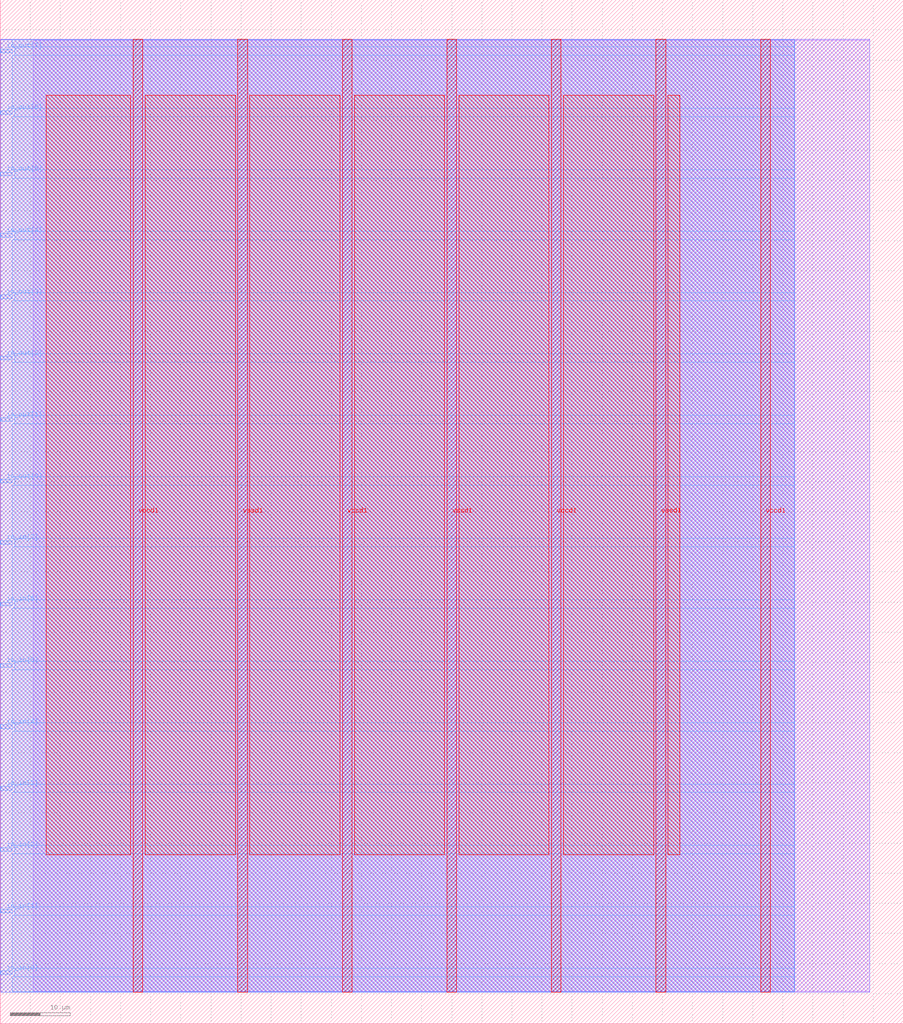
<source format=lef>
VERSION 5.7 ;
  NOWIREEXTENSIONATPIN ON ;
  DIVIDERCHAR "/" ;
  BUSBITCHARS "[]" ;
MACRO wren6991_whisk_tt2_io_wrapper
  CLASS BLOCK ;
  FOREIGN wren6991_whisk_tt2_io_wrapper ;
  ORIGIN 0.000 0.000 ;
  SIZE 150.000 BY 170.000 ;
  PIN io_in[0]
    DIRECTION INPUT ;
    USE SIGNAL ;
    PORT
      LAYER met3 ;
        RECT 0.000 8.200 2.000 8.800 ;
    END
  END io_in[0]
  PIN io_in[1]
    DIRECTION INPUT ;
    USE SIGNAL ;
    PORT
      LAYER met3 ;
        RECT 0.000 18.400 2.000 19.000 ;
    END
  END io_in[1]
  PIN io_in[2]
    DIRECTION INPUT ;
    USE SIGNAL ;
    PORT
      LAYER met3 ;
        RECT 0.000 28.600 2.000 29.200 ;
    END
  END io_in[2]
  PIN io_in[3]
    DIRECTION INPUT ;
    USE SIGNAL ;
    PORT
      LAYER met3 ;
        RECT 0.000 38.800 2.000 39.400 ;
    END
  END io_in[3]
  PIN io_in[4]
    DIRECTION INPUT ;
    USE SIGNAL ;
    PORT
      LAYER met3 ;
        RECT 0.000 49.000 2.000 49.600 ;
    END
  END io_in[4]
  PIN io_in[5]
    DIRECTION INPUT ;
    USE SIGNAL ;
    PORT
      LAYER met3 ;
        RECT 0.000 59.200 2.000 59.800 ;
    END
  END io_in[5]
  PIN io_in[6]
    DIRECTION INPUT ;
    USE SIGNAL ;
    PORT
      LAYER met3 ;
        RECT 0.000 69.400 2.000 70.000 ;
    END
  END io_in[6]
  PIN io_in[7]
    DIRECTION INPUT ;
    USE SIGNAL ;
    PORT
      LAYER met3 ;
        RECT 0.000 79.600 2.000 80.200 ;
    END
  END io_in[7]
  PIN io_out[0]
    DIRECTION OUTPUT TRISTATE ;
    USE SIGNAL ;
    PORT
      LAYER met3 ;
        RECT 0.000 89.800 2.000 90.400 ;
    END
  END io_out[0]
  PIN io_out[1]
    DIRECTION OUTPUT TRISTATE ;
    USE SIGNAL ;
    PORT
      LAYER met3 ;
        RECT 0.000 100.000 2.000 100.600 ;
    END
  END io_out[1]
  PIN io_out[2]
    DIRECTION OUTPUT TRISTATE ;
    USE SIGNAL ;
    PORT
      LAYER met3 ;
        RECT 0.000 110.200 2.000 110.800 ;
    END
  END io_out[2]
  PIN io_out[3]
    DIRECTION OUTPUT TRISTATE ;
    USE SIGNAL ;
    PORT
      LAYER met3 ;
        RECT 0.000 120.400 2.000 121.000 ;
    END
  END io_out[3]
  PIN io_out[4]
    DIRECTION OUTPUT TRISTATE ;
    USE SIGNAL ;
    PORT
      LAYER met3 ;
        RECT 0.000 130.600 2.000 131.200 ;
    END
  END io_out[4]
  PIN io_out[5]
    DIRECTION OUTPUT TRISTATE ;
    USE SIGNAL ;
    PORT
      LAYER met3 ;
        RECT 0.000 140.800 2.000 141.400 ;
    END
  END io_out[5]
  PIN io_out[6]
    DIRECTION OUTPUT TRISTATE ;
    USE SIGNAL ;
    PORT
      LAYER met3 ;
        RECT 0.000 151.000 2.000 151.600 ;
    END
  END io_out[6]
  PIN io_out[7]
    DIRECTION OUTPUT TRISTATE ;
    USE SIGNAL ;
    PORT
      LAYER met3 ;
        RECT 0.000 161.200 2.000 161.800 ;
    END
  END io_out[7]
  PIN vccd1
    DIRECTION INOUT ;
    USE POWER ;
    PORT
      LAYER met4 ;
        RECT 22.090 5.200 23.690 163.440 ;
    END
    PORT
      LAYER met4 ;
        RECT 56.830 5.200 58.430 163.440 ;
    END
    PORT
      LAYER met4 ;
        RECT 91.570 5.200 93.170 163.440 ;
    END
    PORT
      LAYER met4 ;
        RECT 126.310 5.200 127.910 163.440 ;
    END
  END vccd1
  PIN vssd1
    DIRECTION INOUT ;
    USE GROUND ;
    PORT
      LAYER met4 ;
        RECT 39.460 5.200 41.060 163.440 ;
    END
    PORT
      LAYER met4 ;
        RECT 74.200 5.200 75.800 163.440 ;
    END
    PORT
      LAYER met4 ;
        RECT 108.940 5.200 110.540 163.440 ;
    END
  END vssd1
  OBS
      LAYER li1 ;
        RECT 5.520 5.355 144.440 163.285 ;
      LAYER met1 ;
        RECT 0.070 5.200 144.440 163.440 ;
      LAYER met2 ;
        RECT 0.100 5.255 131.930 163.385 ;
      LAYER met3 ;
        RECT 2.000 162.200 131.955 163.365 ;
        RECT 2.400 160.800 131.955 162.200 ;
        RECT 2.000 152.000 131.955 160.800 ;
        RECT 2.400 150.600 131.955 152.000 ;
        RECT 2.000 141.800 131.955 150.600 ;
        RECT 2.400 140.400 131.955 141.800 ;
        RECT 2.000 131.600 131.955 140.400 ;
        RECT 2.400 130.200 131.955 131.600 ;
        RECT 2.000 121.400 131.955 130.200 ;
        RECT 2.400 120.000 131.955 121.400 ;
        RECT 2.000 111.200 131.955 120.000 ;
        RECT 2.400 109.800 131.955 111.200 ;
        RECT 2.000 101.000 131.955 109.800 ;
        RECT 2.400 99.600 131.955 101.000 ;
        RECT 2.000 90.800 131.955 99.600 ;
        RECT 2.400 89.400 131.955 90.800 ;
        RECT 2.000 80.600 131.955 89.400 ;
        RECT 2.400 79.200 131.955 80.600 ;
        RECT 2.000 70.400 131.955 79.200 ;
        RECT 2.400 69.000 131.955 70.400 ;
        RECT 2.000 60.200 131.955 69.000 ;
        RECT 2.400 58.800 131.955 60.200 ;
        RECT 2.000 50.000 131.955 58.800 ;
        RECT 2.400 48.600 131.955 50.000 ;
        RECT 2.000 39.800 131.955 48.600 ;
        RECT 2.400 38.400 131.955 39.800 ;
        RECT 2.000 29.600 131.955 38.400 ;
        RECT 2.400 28.200 131.955 29.600 ;
        RECT 2.000 19.400 131.955 28.200 ;
        RECT 2.400 18.000 131.955 19.400 ;
        RECT 2.000 9.200 131.955 18.000 ;
        RECT 2.400 7.800 131.955 9.200 ;
        RECT 2.000 5.275 131.955 7.800 ;
      LAYER met4 ;
        RECT 7.655 28.055 21.690 154.185 ;
        RECT 24.090 28.055 39.060 154.185 ;
        RECT 41.460 28.055 56.430 154.185 ;
        RECT 58.830 28.055 73.800 154.185 ;
        RECT 76.200 28.055 91.170 154.185 ;
        RECT 93.570 28.055 108.540 154.185 ;
        RECT 110.940 28.055 112.865 154.185 ;
  END
END wren6991_whisk_tt2_io_wrapper
END LIBRARY


</source>
